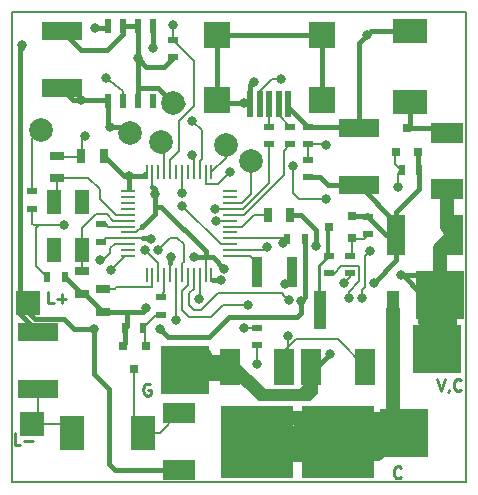
<source format=gbr>
G04 #@! TF.FileFunction,Copper,L1,Top,Signal*
%FSLAX45Y45*%
G04 Gerber Fmt 4.5, Leading zero omitted, Abs format (unit mm)*
G04 Created by KiCad (PCBNEW (2015-12-04 BZR 6347, Git 4c88040)-product) date 15.04.2016 21:14:43*
%MOMM*%
G01*
G04 APERTURE LIST*
%ADD10C,0.100000*%
%ADD11C,0.250000*%
%ADD12C,0.150000*%
%ADD13R,1.300000X2.000000*%
%ADD14R,0.800100X0.800100*%
%ADD15R,1.300000X0.250000*%
%ADD16R,0.250000X1.300000*%
%ADD17R,3.500000X1.600000*%
%ADD18R,0.508000X1.143000*%
%ADD19R,0.500000X0.900000*%
%ADD20R,0.900000X0.500000*%
%ADD21R,1.651000X3.048000*%
%ADD22R,6.096000X6.096000*%
%ADD23R,0.700000X1.300000*%
%ADD24R,1.300000X0.700000*%
%ADD25C,2.000000*%
%ADD26R,4.064000X4.064000*%
%ADD27R,2.000000X2.000000*%
%ADD28R,2.700020X1.800860*%
%ADD29R,2.999740X1.998980*%
%ADD30R,1.998980X2.999740*%
%ADD31R,1.600000X3.500000*%
%ADD32R,0.900000X2.500000*%
%ADD33R,1.000000X3.200000*%
%ADD34R,2.197100X2.197100*%
%ADD35R,0.497840X2.197100*%
%ADD36C,0.800000*%
%ADD37C,0.200000*%
%ADD38C,0.400000*%
%ADD39C,1.200000*%
G04 APERTURE END LIST*
D10*
D11*
X17672857Y-12145238D02*
X17706191Y-12245238D01*
X17739524Y-12145238D01*
X17777619Y-12240476D02*
X17777619Y-12245238D01*
X17772857Y-12254762D01*
X17768095Y-12259524D01*
X17877619Y-12235714D02*
X17872857Y-12240476D01*
X17858572Y-12245238D01*
X17849048Y-12245238D01*
X17834762Y-12240476D01*
X17825238Y-12230952D01*
X17820476Y-12221429D01*
X17815714Y-12202381D01*
X17815714Y-12188095D01*
X17820476Y-12169048D01*
X17825238Y-12159524D01*
X17834762Y-12150000D01*
X17849048Y-12145238D01*
X17858572Y-12145238D01*
X17872857Y-12150000D01*
X17877619Y-12154762D01*
X17370952Y-12975714D02*
X17366191Y-12980476D01*
X17351905Y-12985238D01*
X17342381Y-12985238D01*
X17328095Y-12980476D01*
X17318571Y-12970952D01*
X17313810Y-12961429D01*
X17309048Y-12942381D01*
X17309048Y-12928095D01*
X17313810Y-12909048D01*
X17318571Y-12899524D01*
X17328095Y-12890000D01*
X17342381Y-12885238D01*
X17351905Y-12885238D01*
X17366191Y-12890000D01*
X17370952Y-12894762D01*
X15246190Y-12190000D02*
X15236667Y-12185238D01*
X15222381Y-12185238D01*
X15208095Y-12190000D01*
X15198571Y-12199524D01*
X15193809Y-12209048D01*
X15189048Y-12228095D01*
X15189048Y-12242381D01*
X15193809Y-12261429D01*
X15198571Y-12270952D01*
X15208095Y-12280476D01*
X15222381Y-12285238D01*
X15231905Y-12285238D01*
X15246190Y-12280476D01*
X15250952Y-12275714D01*
X15250952Y-12242381D01*
X15231905Y-12242381D01*
X14149048Y-12705238D02*
X14101429Y-12705238D01*
X14101429Y-12605238D01*
X14182381Y-12667143D02*
X14258571Y-12667143D01*
X14429048Y-11505238D02*
X14381429Y-11505238D01*
X14381429Y-11405238D01*
X14462381Y-11467143D02*
X14538571Y-11467143D01*
X14500476Y-11505238D02*
X14500476Y-11429048D01*
D12*
X17920000Y-9040000D02*
X14080000Y-9040000D01*
X17920000Y-13020000D02*
X17920000Y-9040000D01*
X14080000Y-13020000D02*
X17920000Y-13020000D01*
X14080000Y-9040000D02*
X14080000Y-13020000D01*
D13*
X14430000Y-10650000D03*
X14430000Y-11050000D03*
X14670000Y-11050000D03*
X14670000Y-10650000D03*
D14*
X17325000Y-10220076D03*
X17515000Y-10220076D03*
X17420000Y-10020178D03*
D15*
X15056460Y-10554290D03*
X15056460Y-10604290D03*
X15056460Y-10654290D03*
X15056460Y-10704290D03*
X15056460Y-10754290D03*
X15056460Y-10804290D03*
X15056460Y-10854290D03*
X15056460Y-10904290D03*
X15056460Y-10954290D03*
X15056460Y-11004290D03*
X15056460Y-11054290D03*
X15056460Y-11104290D03*
D16*
X15216460Y-11264290D03*
X15266460Y-11264290D03*
X15316460Y-11264290D03*
X15366460Y-11264290D03*
X15416460Y-11264290D03*
X15466460Y-11264290D03*
X15516460Y-11264290D03*
X15566460Y-11264290D03*
X15616460Y-11264290D03*
X15666460Y-11264290D03*
X15716460Y-11264290D03*
X15766460Y-11264290D03*
D15*
X15926460Y-11104290D03*
X15926460Y-11054290D03*
X15926460Y-11004290D03*
X15926460Y-10954290D03*
X15926460Y-10904290D03*
X15926460Y-10854290D03*
X15926460Y-10804290D03*
X15926460Y-10754290D03*
X15926460Y-10704290D03*
X15926460Y-10654290D03*
X15926460Y-10604290D03*
X15926460Y-10554290D03*
D16*
X15766460Y-10394290D03*
X15716460Y-10394290D03*
X15666460Y-10394290D03*
X15616460Y-10394290D03*
X15566460Y-10394290D03*
X15516460Y-10394290D03*
X15466460Y-10394290D03*
X15416460Y-10394290D03*
X15366460Y-10394290D03*
X15316460Y-10394290D03*
X15266460Y-10394290D03*
X15216460Y-10394290D03*
D17*
X14300200Y-11744960D03*
X14300200Y-12232640D03*
D18*
X14886500Y-9155500D03*
X15013500Y-9155500D03*
X15140500Y-9155500D03*
X15267500Y-9155500D03*
X15267500Y-9790500D03*
X15140500Y-9790500D03*
X15013500Y-9790500D03*
X14886500Y-9790500D03*
D19*
X16555000Y-10960000D03*
X16405000Y-10960000D03*
D20*
X16154400Y-11710600D03*
X16154400Y-11860600D03*
X16764000Y-11101000D03*
X16764000Y-11251000D03*
X16586200Y-10288200D03*
X16586200Y-10438200D03*
X16586200Y-10008800D03*
X16586200Y-10158800D03*
X17094200Y-10920800D03*
X17094200Y-10770800D03*
D19*
X15188000Y-11709400D03*
X15038000Y-11709400D03*
X17377500Y-10372500D03*
X17527500Y-10372500D03*
D20*
X16256000Y-10008800D03*
X16256000Y-10158800D03*
D21*
X16383000Y-12039600D03*
D22*
X16154400Y-12674600D03*
D21*
X15925800Y-12039600D03*
X17068800Y-12039600D03*
D22*
X16840200Y-12674600D03*
D21*
X16611600Y-12039600D03*
D14*
X16960076Y-10955000D03*
X16960076Y-10765000D03*
X16760178Y-10860000D03*
X15208000Y-11863324D03*
X15018000Y-11863324D03*
X15113000Y-12063222D03*
D23*
X16435000Y-10760000D03*
X16245000Y-10760000D03*
D24*
X14850000Y-11575000D03*
X14850000Y-11385000D03*
D23*
X14665000Y-10260000D03*
X14855000Y-10260000D03*
D24*
X14670000Y-11425000D03*
X14670000Y-11235000D03*
X14460000Y-10445000D03*
X14460000Y-10255000D03*
D20*
X15335000Y-11600000D03*
X15335000Y-11450000D03*
X16941800Y-11101000D03*
X16941800Y-11251000D03*
X16433800Y-10008800D03*
X16433800Y-10158800D03*
D25*
X15443200Y-9804400D03*
X15080000Y-10060000D03*
X15890000Y-10165000D03*
X15341600Y-10134600D03*
D26*
X17703800Y-11430000D03*
X15544800Y-12065000D03*
D27*
X14249400Y-12522200D03*
D26*
X17400000Y-12600000D03*
D27*
X14210000Y-11500000D03*
D26*
X17678400Y-11887200D03*
D28*
X15494000Y-12914630D03*
X15494000Y-12434570D03*
X17760000Y-10540030D03*
X17760000Y-10059970D03*
D29*
X17449800Y-9199626D03*
X17449800Y-9799574D03*
D30*
X15184374Y-12598400D03*
X14584426Y-12598400D03*
D17*
X17018000Y-10017760D03*
X17018000Y-10505440D03*
D31*
X17820640Y-10922000D03*
X17332960Y-10922000D03*
D32*
X16155000Y-11240000D03*
X16445000Y-11240000D03*
D33*
X17302600Y-11557000D03*
X16682600Y-11557000D03*
D17*
X14500000Y-9683840D03*
X14500000Y-9196160D03*
D25*
X16100000Y-10300000D03*
D20*
X15443200Y-9422200D03*
X15443200Y-9272200D03*
D34*
X15813024Y-9785350D03*
D35*
X16415766Y-9813290D03*
X16335756Y-9813290D03*
X16256000Y-9813290D03*
X16176244Y-9813290D03*
X16096234Y-9813290D03*
D34*
X16698976Y-9785350D03*
X16698976Y-9235440D03*
X15813024Y-9235440D03*
D25*
X14320000Y-10040000D03*
D20*
X14250000Y-10555000D03*
X14250000Y-10705000D03*
D19*
X14375000Y-11280000D03*
X14525000Y-11280000D03*
D20*
X14830000Y-10985000D03*
X14830000Y-10835000D03*
D36*
X15506700Y-9817100D03*
X15145000Y-9430000D03*
X17145000Y-11328400D03*
X16772000Y-11930000D03*
X15214600Y-11544300D03*
X15730000Y-11935000D03*
X14693900Y-10083800D03*
X16650000Y-11020000D03*
X15620000Y-11110000D03*
X15875000Y-11210000D03*
X16385000Y-11345000D03*
X15290000Y-10575000D03*
X16129000Y-9626600D03*
X16040000Y-9805000D03*
X14160000Y-9320000D03*
X15270000Y-9340000D03*
X14780000Y-9170000D03*
X14770100Y-11722100D03*
X15328900Y-11722100D03*
X16522700Y-11480800D03*
X17373600Y-11264900D03*
X15065000Y-10430000D03*
X14909800Y-10007600D03*
X15421816Y-11112596D03*
X15850000Y-11310000D03*
X15255000Y-10960000D03*
X14665000Y-9780000D03*
X17081500Y-9232900D03*
X15465000Y-11645000D03*
X16240000Y-11025000D03*
X15605000Y-9960000D03*
X16357600Y-9601200D03*
X16155000Y-12470000D03*
X16155000Y-12020000D03*
X15200000Y-11050000D03*
X15316200Y-11049000D03*
X15519400Y-10680700D03*
X15805000Y-10805000D03*
X15600000Y-10245000D03*
X17348200Y-10515600D03*
X16415000Y-11785000D03*
X14875000Y-9600000D03*
X15519400Y-10566400D03*
X16420000Y-11480000D03*
X16891000Y-11328400D03*
X15800000Y-10705000D03*
X16080000Y-11520000D03*
X16929100Y-11455400D03*
X16738600Y-10160000D03*
X14820000Y-11140000D03*
X16738600Y-10617200D03*
X17106900Y-11061700D03*
X17043400Y-11455400D03*
X16459200Y-10337800D03*
X15925800Y-10388600D03*
X15665000Y-11465000D03*
X16040000Y-11710000D03*
X16375000Y-10990000D03*
X15443200Y-9144000D03*
X14920000Y-11220000D03*
X14520000Y-10840000D03*
D37*
X14460000Y-10445000D02*
X14460000Y-10620000D01*
X14460000Y-10620000D02*
X14430000Y-10650000D01*
X15056460Y-10754290D02*
X14954290Y-10754290D01*
X14725000Y-10445000D02*
X14460000Y-10445000D01*
X14820000Y-10540000D02*
X14725000Y-10445000D01*
X14820000Y-10620000D02*
X14820000Y-10540000D01*
X14954290Y-10754290D02*
X14820000Y-10620000D01*
X14430000Y-10590000D02*
X14430000Y-10650000D01*
D38*
X14670000Y-11425000D02*
X14525000Y-11280000D01*
X15443200Y-9422200D02*
X15443200Y-9423400D01*
X15443200Y-9423400D02*
X15367000Y-9499600D01*
X15367000Y-9499600D02*
X15214600Y-9499600D01*
X15214600Y-9499600D02*
X15145000Y-9430000D01*
X15506700Y-9817100D02*
X15494000Y-9804400D01*
X15494000Y-9804400D02*
X15443200Y-9804400D01*
X15140500Y-9790500D02*
X15140500Y-9675000D01*
X15140500Y-9675000D02*
X15142900Y-9677400D01*
X15316200Y-9677400D02*
X15443200Y-9804400D01*
X15142900Y-9677400D02*
X15316200Y-9677400D01*
X15013500Y-9155500D02*
X15013500Y-9226500D01*
X14663840Y-9360000D02*
X14500000Y-9196160D01*
X14880000Y-9360000D02*
X14663840Y-9360000D01*
X15013500Y-9226500D02*
X14880000Y-9360000D01*
X15140500Y-9155500D02*
X15013500Y-9155500D01*
X15145000Y-9430000D02*
X15145000Y-9160000D01*
X15145000Y-9160000D02*
X15140500Y-9155500D01*
X15140500Y-9790500D02*
X15145000Y-9786000D01*
X15145000Y-9786000D02*
X15145000Y-9430000D01*
D37*
X15140500Y-9440000D02*
X15140500Y-9434500D01*
X15140500Y-9434500D02*
X15145000Y-9430000D01*
X15140500Y-9790500D02*
X15140500Y-9440000D01*
X15140500Y-9440000D02*
X15140500Y-9510500D01*
X15140500Y-9455000D02*
X15140500Y-9510500D01*
X15140500Y-9155500D02*
X15140500Y-9465000D01*
X15140500Y-9465000D02*
X15140500Y-9455000D01*
X15140500Y-9455000D02*
X15140500Y-9675000D01*
X15140500Y-9675000D02*
X15140500Y-9790500D01*
D38*
X17332960Y-10922000D02*
X17332960Y-11140440D01*
X17332960Y-11140440D02*
X17145000Y-11328400D01*
X16772000Y-11930000D02*
X16662400Y-12039600D01*
X16662400Y-12039600D02*
X16611600Y-12039600D01*
X16698976Y-9235440D02*
X15813024Y-9235440D01*
X16698976Y-9785350D02*
X16698976Y-9235440D01*
X16586200Y-10438200D02*
X16686600Y-10438200D01*
X16753840Y-10505440D02*
X17018000Y-10505440D01*
X16686600Y-10438200D02*
X16753840Y-10505440D01*
X17332960Y-10922000D02*
X17332960Y-10820400D01*
X17332960Y-10820400D02*
X17018000Y-10505440D01*
X17332960Y-10922000D02*
X17332960Y-10734040D01*
X17527500Y-10539500D02*
X17527500Y-10372500D01*
X17332960Y-10734040D02*
X17527500Y-10539500D01*
X16175000Y-12215000D02*
X16210000Y-12250000D01*
X15925800Y-12039600D02*
X15925800Y-12065800D01*
X15925800Y-12065800D02*
X16165000Y-12305000D01*
X16645000Y-12255000D02*
X16645000Y-12195000D01*
X16595000Y-12305000D02*
X16645000Y-12255000D01*
X16165000Y-12305000D02*
X16595000Y-12305000D01*
X15925800Y-12039600D02*
X15999600Y-12039600D01*
X15999600Y-12039600D02*
X16175000Y-12215000D01*
X16175000Y-12215000D02*
X16185000Y-12225000D01*
X15925800Y-12039600D02*
X15949600Y-12039600D01*
X16611600Y-12039600D02*
X16611600Y-12153400D01*
X16611600Y-12153400D02*
X16515000Y-12250000D01*
X15925800Y-12065800D02*
X16145000Y-12285000D01*
X16611600Y-12258400D02*
X16611600Y-12039600D01*
X16585000Y-12285000D02*
X16611600Y-12258400D01*
X16145000Y-12285000D02*
X16585000Y-12285000D01*
X16960076Y-10765000D02*
X17088400Y-10765000D01*
X17088400Y-10765000D02*
X17094200Y-10770800D01*
X17088400Y-10765000D02*
X17094200Y-10770800D01*
X15055000Y-11575000D02*
X15055000Y-11692400D01*
X15055000Y-11692400D02*
X15038000Y-11709400D01*
X14850000Y-11575000D02*
X15055000Y-11575000D01*
X15055000Y-11575000D02*
X15183900Y-11575000D01*
X15183900Y-11575000D02*
X15214600Y-11544300D01*
X15038000Y-11709400D02*
X15038000Y-11843324D01*
X15038000Y-11843324D02*
X15018000Y-11863324D01*
X15544800Y-12065000D02*
X15650000Y-12065000D01*
X15650000Y-12065000D02*
X15755000Y-11960000D01*
X15755000Y-11960000D02*
X15835000Y-11960000D01*
X15544800Y-12065000D02*
X15680000Y-12065000D01*
X15680000Y-12065000D02*
X15750000Y-12135000D01*
X15750000Y-12135000D02*
X15840000Y-12135000D01*
X15544800Y-12065000D02*
X15700000Y-12065000D01*
X15700000Y-12065000D02*
X15735000Y-12100000D01*
X15735000Y-12100000D02*
X15845000Y-12100000D01*
X15845000Y-12100000D02*
X15925800Y-12039600D01*
X15925800Y-12039600D02*
X15909600Y-12039600D01*
X15909600Y-12039600D02*
X15855000Y-11985000D01*
X15855000Y-11985000D02*
X15750000Y-11985000D01*
X15544800Y-12065000D02*
X15710000Y-12065000D01*
X15710000Y-12065000D02*
X15760000Y-12015000D01*
X15760000Y-12015000D02*
X15840000Y-12015000D01*
X15544800Y-12065000D02*
X15900400Y-12065000D01*
X15900400Y-12065000D02*
X15925800Y-12039600D01*
X15949600Y-12039600D02*
X16160000Y-12250000D01*
X16160000Y-12250000D02*
X16210000Y-12250000D01*
X16575000Y-12245000D02*
X16575000Y-12076200D01*
X16570000Y-12250000D02*
X16575000Y-12245000D01*
X16210000Y-12250000D02*
X16515000Y-12250000D01*
X16515000Y-12250000D02*
X16570000Y-12250000D01*
X15925800Y-12039600D02*
X15925800Y-12115800D01*
X15925800Y-12039600D02*
X15925800Y-12060800D01*
X14850000Y-11575000D02*
X14851600Y-11575000D01*
X17527500Y-10372500D02*
X17527500Y-10374400D01*
X17515000Y-10220076D02*
X17515000Y-10360000D01*
X17515000Y-10360000D02*
X17527500Y-10372500D01*
X17094200Y-10770800D02*
X17095400Y-10770800D01*
X17095400Y-10770800D02*
X17246600Y-10922000D01*
X17246600Y-10922000D02*
X17332960Y-10922000D01*
X17083400Y-10760000D02*
X17094200Y-10770800D01*
D37*
X15925800Y-12039600D02*
X15929600Y-12039600D01*
X17527500Y-10372500D02*
X17526000Y-10375900D01*
X17335500Y-10922000D02*
X17332960Y-10922000D01*
X17513300Y-10223500D02*
X17515000Y-10220076D01*
X14850000Y-11575000D02*
X14846300Y-11569700D01*
X14846300Y-11569700D02*
X14833600Y-11569700D01*
X17332960Y-10922000D02*
X17246600Y-10922000D01*
X17246600Y-10922000D02*
X17094200Y-10769600D01*
X17094200Y-10769600D02*
X17094200Y-10770800D01*
X14846300Y-11569700D02*
X14850000Y-11575000D01*
X15036800Y-11709400D02*
X15038000Y-11709400D01*
X16960076Y-10765000D02*
X16954500Y-10769600D01*
X15925800Y-12039600D02*
X15570200Y-12039600D01*
X15570200Y-12039600D02*
X15544800Y-12065000D01*
X17515000Y-10220076D02*
X17513300Y-10223500D01*
X17513300Y-10223500D02*
X17526000Y-10236200D01*
X17526000Y-10236200D02*
X17526000Y-10375900D01*
X17526000Y-10375900D02*
X17527500Y-10372500D01*
X15038000Y-11709400D02*
X15036800Y-11709400D01*
X15036800Y-11709400D02*
X15024100Y-11722100D01*
X15024100Y-11722100D02*
X15024100Y-11861800D01*
X15024100Y-11861800D02*
X15018000Y-11863324D01*
X17094200Y-10770800D02*
X17094200Y-10769600D01*
X16954500Y-10769600D02*
X16960076Y-10765000D01*
X15925800Y-11990800D02*
X15925800Y-12039600D01*
X14693900Y-10083800D02*
X14668500Y-10109200D01*
X14668500Y-10109200D02*
X14668500Y-10261600D01*
X14668500Y-10261600D02*
X14665000Y-10260000D01*
X14665000Y-10260000D02*
X14668500Y-10261600D01*
X14668500Y-10261600D02*
X14516100Y-10261600D01*
X14516100Y-10261600D02*
X14515000Y-10260000D01*
D38*
X16650000Y-11020000D02*
X16650000Y-10884200D01*
X16650000Y-10884200D02*
X16525800Y-10760000D01*
X16445000Y-11240000D02*
X16445000Y-11285000D01*
X16445000Y-11285000D02*
X16385000Y-11345000D01*
X15290000Y-10685000D02*
X15340000Y-10685000D01*
X15716460Y-11061460D02*
X15716460Y-11115000D01*
X15340000Y-10685000D02*
X15716460Y-11061460D01*
X15625000Y-11115000D02*
X15716460Y-11115000D01*
X15620000Y-11110000D02*
X15625000Y-11115000D01*
X16435000Y-10760000D02*
X16525800Y-10760000D01*
X15290000Y-10575000D02*
X15290000Y-10685000D01*
X15290000Y-10685000D02*
X15290000Y-10750000D01*
X15180000Y-10850000D02*
X15180000Y-10855000D01*
X15190000Y-10850000D02*
X15180000Y-10850000D01*
X15290000Y-10750000D02*
X15190000Y-10850000D01*
X15290000Y-10575000D02*
X15290000Y-10540000D01*
X15290000Y-10540000D02*
X15266460Y-10516460D01*
X15716460Y-11115000D02*
X15780000Y-11115000D01*
X15780000Y-11115000D02*
X15875000Y-11210000D01*
D37*
X16446500Y-10769600D02*
X16433800Y-10756900D01*
X16433800Y-10756900D02*
X16435000Y-10760000D01*
X16435000Y-10760000D02*
X16435000Y-10775000D01*
X16480000Y-11205000D02*
X16445000Y-11240000D01*
X15716460Y-11115000D02*
X15780000Y-11115000D01*
X15780000Y-11115000D02*
X15875000Y-11210000D01*
X15716460Y-11264290D02*
X15716460Y-11115000D01*
X15056460Y-10904290D02*
X15130710Y-10904290D01*
X15130710Y-10904290D02*
X15180000Y-10855000D01*
X15266460Y-10394290D02*
X15266460Y-10516460D01*
D38*
X16040000Y-9805000D02*
X16087944Y-9805000D01*
X16087944Y-9805000D02*
X16096234Y-9813290D01*
X16096234Y-9813290D02*
X16096234Y-9659366D01*
X16096234Y-9659366D02*
X16129000Y-9626600D01*
X16087944Y-9805000D02*
X16096234Y-9813290D01*
X16048290Y-9813290D02*
X16040000Y-9805000D01*
D37*
X16048290Y-9813290D02*
X16040000Y-9805000D01*
D38*
X15813024Y-9785350D02*
X15813024Y-9235440D01*
X16040000Y-9805000D02*
X15832674Y-9805000D01*
X15832674Y-9805000D02*
X15813024Y-9785350D01*
X14674600Y-11404600D02*
X14679600Y-11404600D01*
X14679600Y-11404600D02*
X14850000Y-11575000D01*
D37*
X14833600Y-11569700D02*
X14668500Y-11404600D01*
X14668500Y-11404600D02*
X14674600Y-11404600D01*
X14670000Y-11050000D02*
X14670000Y-10870000D01*
X14934290Y-10804290D02*
X15056460Y-10804290D01*
X14880000Y-10750000D02*
X14934290Y-10804290D01*
X14790000Y-10750000D02*
X14880000Y-10750000D01*
X14670000Y-10870000D02*
X14790000Y-10750000D01*
X14670000Y-11050000D02*
X14670000Y-10970000D01*
X14670000Y-11235000D02*
X14670000Y-11050000D01*
D38*
X14160000Y-9320000D02*
X14160000Y-9340000D01*
X14147800Y-11506200D02*
X14147800Y-10240000D01*
X14147800Y-10240000D02*
X14147800Y-9352200D01*
X14160000Y-9340000D02*
X14147800Y-9352200D01*
X14900000Y-12405000D02*
X14900000Y-12230000D01*
X14900000Y-12230000D02*
X14770100Y-12100100D01*
X15494000Y-12914630D02*
X14949630Y-12914630D01*
X14900000Y-12865000D02*
X14900000Y-12640000D01*
X14949630Y-12914630D02*
X14900000Y-12865000D01*
X15267500Y-9155500D02*
X15267500Y-9337500D01*
X15267500Y-9337500D02*
X15270000Y-9340000D01*
X14780000Y-9170000D02*
X14872000Y-9170000D01*
X14872000Y-9170000D02*
X14886500Y-9155500D01*
X14770100Y-11722100D02*
X14770100Y-12100100D01*
X14900000Y-12405000D02*
X14900000Y-12640000D01*
X14300200Y-11744960D02*
X14300200Y-11747500D01*
X14147800Y-11506200D02*
X14147800Y-11592560D01*
X14147800Y-11592560D02*
X14300200Y-11744960D01*
X15270000Y-9158000D02*
X15267500Y-9155500D01*
X15396800Y-11790000D02*
X15328900Y-11722100D01*
X15743600Y-11790000D02*
X15396800Y-11790000D01*
X15913600Y-11620000D02*
X15743600Y-11790000D01*
X14147800Y-11506200D02*
X14274800Y-11633200D01*
X14274800Y-11633200D02*
X14516100Y-11633200D01*
X14516100Y-11633200D02*
X14605000Y-11722100D01*
X14605000Y-11722100D02*
X14770100Y-11722100D01*
D37*
X14605000Y-11722100D02*
X14770100Y-11722100D01*
X14516100Y-11633200D02*
X14605000Y-11722100D01*
X14274800Y-11633200D02*
X14516100Y-11633200D01*
X14300200Y-11744960D02*
X14300200Y-11747500D01*
X14300200Y-11747500D02*
X14147800Y-11595100D01*
X14147800Y-11595100D02*
X14147800Y-11506200D01*
D38*
X16103600Y-11620000D02*
X16490000Y-11620000D01*
X16490000Y-11620000D02*
X16522700Y-11587300D01*
X16522700Y-11587300D02*
X16522700Y-11480800D01*
X17373600Y-11264900D02*
X17386300Y-11264900D01*
X17386300Y-11264900D02*
X17551400Y-11430000D01*
X17551400Y-11430000D02*
X17703800Y-11430000D01*
X17373600Y-11264900D02*
X17538700Y-11264900D01*
X17538700Y-11264900D02*
X17703800Y-11430000D01*
X16555000Y-10960000D02*
X16555000Y-11448500D01*
X16555000Y-11448500D02*
X16522700Y-11480800D01*
D39*
X17760000Y-10540030D02*
X17760000Y-10861360D01*
X17760000Y-10861360D02*
X17820640Y-10922000D01*
X17703800Y-11430000D02*
X17703800Y-11038840D01*
X17703800Y-11038840D02*
X17820640Y-10922000D01*
X17678400Y-11887200D02*
X17678400Y-11768400D01*
X17678400Y-11768400D02*
X17575000Y-11665000D01*
X17575000Y-11665000D02*
X17575000Y-11645000D01*
X17703800Y-11430000D02*
X17703800Y-11568800D01*
X17703800Y-11568800D02*
X17785000Y-11650000D01*
X17785000Y-11650000D02*
X17785000Y-11675000D01*
X17678400Y-11887200D02*
X17678400Y-11455400D01*
X17678400Y-11455400D02*
X17703800Y-11430000D01*
D38*
X16103600Y-11620000D02*
X15913600Y-11620000D01*
X16522700Y-11480800D02*
X16522700Y-11587300D01*
D37*
X17538700Y-11264900D02*
X17703800Y-11430000D01*
X16560800Y-10972800D02*
X16560800Y-10960100D01*
X16560800Y-10960100D02*
X16555000Y-10960000D01*
X16560800Y-10998200D02*
X16560800Y-10960100D01*
X16560800Y-10960100D02*
X16555000Y-10960000D01*
X16555000Y-10960000D02*
X16560800Y-10960100D01*
X17767300Y-10972800D02*
X17818100Y-10922000D01*
X17818100Y-10922000D02*
X17820640Y-10922000D01*
X17820640Y-10922000D02*
X17818100Y-10922000D01*
X17818100Y-10922000D02*
X17703800Y-11036300D01*
X17703800Y-11036300D02*
X17703800Y-11430000D01*
X17820640Y-10922000D02*
X17818100Y-10922000D01*
X17818100Y-10922000D02*
X17754600Y-10858500D01*
X17754600Y-10858500D02*
X17754600Y-10541000D01*
X17754600Y-10541000D02*
X17760000Y-10540030D01*
X17703800Y-11430000D02*
X17678400Y-11455400D01*
X14830000Y-10985000D02*
X14845000Y-10985000D01*
X14845000Y-10985000D02*
X14875710Y-10954290D01*
X14875710Y-10954290D02*
X15056460Y-10954290D01*
X15065000Y-10520000D02*
X15065000Y-10545750D01*
X15065000Y-10545750D02*
X15056460Y-10554290D01*
D38*
X15065000Y-10430000D02*
X15065000Y-10520000D01*
X15065000Y-10520000D02*
X15065000Y-10540000D01*
X15065000Y-10430000D02*
X15180000Y-10430000D01*
X15065000Y-10430000D02*
X15025000Y-10430000D01*
X15025000Y-10430000D02*
X14855000Y-10260000D01*
X15065000Y-10430000D02*
X15070000Y-10425000D01*
X14909800Y-10007600D02*
X15027600Y-10007600D01*
X15027600Y-10007600D02*
X15080000Y-10060000D01*
X14886500Y-9984300D02*
X14909800Y-10007600D01*
D37*
X14886500Y-9984300D02*
X14909800Y-10007600D01*
X15080000Y-10060000D02*
X15074900Y-10058400D01*
X14855000Y-10260000D02*
X14859000Y-10261600D01*
X14909800Y-10007600D02*
X15024100Y-10007600D01*
X15024100Y-10007600D02*
X15074900Y-10058400D01*
X15074900Y-10058400D02*
X15080000Y-10060000D01*
X15216460Y-10394290D02*
X15215710Y-10394290D01*
X15215710Y-10394290D02*
X15180000Y-10430000D01*
D38*
X15180000Y-10430000D02*
X15200000Y-10430000D01*
D37*
X15416460Y-11264290D02*
X15416460Y-11117951D01*
X15416460Y-11117951D02*
X15421816Y-11112596D01*
D38*
X15415000Y-11165000D02*
X15415000Y-11119411D01*
X15415000Y-11119411D02*
X15421816Y-11112596D01*
X15845000Y-11305000D02*
X15780000Y-11305000D01*
X15850000Y-11310000D02*
X15845000Y-11305000D01*
X15255000Y-10960000D02*
X15240710Y-10954290D01*
X15240710Y-10954290D02*
X15194290Y-10954290D01*
X15190000Y-10950000D02*
X15190000Y-10954290D01*
X15194290Y-10954290D02*
X15190000Y-10950000D01*
D37*
X15216460Y-10428540D02*
X15216460Y-10416460D01*
X15766460Y-11264290D02*
X15766460Y-11306460D01*
X15056460Y-10954290D02*
X15190000Y-10954290D01*
X15190000Y-10954290D02*
X15240710Y-10954290D01*
D38*
X14665000Y-9780000D02*
X14596160Y-9780000D01*
X14596160Y-9780000D02*
X14500000Y-9683840D01*
X14886500Y-9790500D02*
X14886500Y-9984300D01*
X14665000Y-9780000D02*
X14876000Y-9780000D01*
X14876000Y-9780000D02*
X14886500Y-9790500D01*
D37*
X14884400Y-9842500D02*
X14884400Y-9791700D01*
X14884400Y-9791700D02*
X14886500Y-9790500D01*
X14876000Y-9780000D02*
X14886500Y-9790500D01*
X17165000Y-10015000D02*
X17170400Y-10020300D01*
X17165000Y-10015000D02*
X17170400Y-10020300D01*
D38*
X16586200Y-10008800D02*
X17009040Y-10008800D01*
X17009040Y-10008800D02*
X17018000Y-10017760D01*
X16415766Y-9813290D02*
X16415766Y-9838366D01*
X16415766Y-9838366D02*
X16586200Y-10008800D01*
X17018000Y-9652000D02*
X17018000Y-9296400D01*
X17018000Y-9296400D02*
X17081500Y-9232900D01*
X17114774Y-9199626D02*
X17449800Y-9199626D01*
X17081500Y-9232900D02*
X17114774Y-9199626D01*
X17018000Y-10017760D02*
X17018000Y-9652000D01*
X16415766Y-9813290D02*
X16415766Y-9746234D01*
D37*
X17043400Y-9992360D02*
X17018000Y-10017760D01*
X16415766Y-9789234D02*
X16415766Y-9813290D01*
X16421100Y-9766300D02*
X16421100Y-9817100D01*
X16421100Y-9817100D02*
X16415766Y-9813290D01*
X16415766Y-9813290D02*
X16421100Y-9817100D01*
X17015000Y-10015000D02*
X17005000Y-10015000D01*
X17015000Y-10015000D02*
X17018000Y-10020300D01*
X14300200Y-12232640D02*
X14300200Y-12471400D01*
X14300200Y-12471400D02*
X14249400Y-12522200D01*
X14249400Y-12522200D02*
X14508226Y-12522200D01*
X14508226Y-12522200D02*
X14584426Y-12598400D01*
X14584426Y-12598400D02*
X14573400Y-12598400D01*
X14503400Y-12522200D02*
X14579600Y-12598400D01*
X14579600Y-12598400D02*
X14584426Y-12598400D01*
X14300200Y-12232640D02*
X14300200Y-12230100D01*
X14850000Y-11385000D02*
X14846300Y-11379200D01*
X14846300Y-11379200D02*
X14947900Y-11379200D01*
X14947900Y-11379200D02*
X14960600Y-11366500D01*
X14960600Y-11366500D02*
X15265400Y-11366500D01*
X15265400Y-11366500D02*
X15265400Y-11264900D01*
X15265400Y-11264900D02*
X15266460Y-11264290D01*
X15466460Y-11264290D02*
X15466460Y-11643540D01*
X15466460Y-11643540D02*
X15465000Y-11645000D01*
X15926460Y-11054290D02*
X16210710Y-11054290D01*
X16210710Y-11054290D02*
X16240000Y-11025000D01*
X16245000Y-10760000D02*
X16243300Y-10756900D01*
X16243300Y-10756900D02*
X16129000Y-10756900D01*
X16129000Y-10756900D02*
X16027400Y-10858500D01*
X16027400Y-10858500D02*
X15925800Y-10858500D01*
X15925800Y-10858500D02*
X15926460Y-10854290D01*
X15666460Y-10394290D02*
X15666460Y-10303540D01*
X15685000Y-10040000D02*
X15605000Y-9960000D01*
X15685000Y-10285000D02*
X15685000Y-10040000D01*
X15666460Y-10303540D02*
X15685000Y-10285000D01*
X15113000Y-12063222D02*
X15113000Y-12527026D01*
X15113000Y-12527026D02*
X15184374Y-12598400D01*
X15184374Y-12598400D02*
X15330170Y-12598400D01*
X15330170Y-12598400D02*
X15494000Y-12434570D01*
X15113000Y-12063222D02*
X15113000Y-12090400D01*
X15494000Y-12434570D02*
X15470430Y-12434570D01*
X15184374Y-12598400D02*
X15184374Y-12499374D01*
X15494000Y-12433300D02*
X15494000Y-12434570D01*
X15184374Y-12598400D02*
X15189200Y-12598400D01*
X15189200Y-12598400D02*
X15113000Y-12522200D01*
D38*
X17420000Y-10020178D02*
X17720208Y-10020178D01*
X17720208Y-10020178D02*
X17760000Y-10059970D01*
X17449800Y-9799574D02*
X17449800Y-9990378D01*
X17449800Y-9990378D02*
X17420000Y-10020178D01*
D37*
X17420000Y-10020178D02*
X17444822Y-10020178D01*
X17444822Y-10020178D02*
X17460000Y-10005000D01*
X17625000Y-10005000D02*
X17760000Y-10059970D01*
X17420000Y-10020178D02*
X17424400Y-10020300D01*
X17716500Y-10020300D02*
X17754600Y-10058400D01*
X17754600Y-10058400D02*
X17760000Y-10059970D01*
X17760000Y-10059970D02*
X17754600Y-10058400D01*
X17754600Y-10058400D02*
X17729200Y-10033000D01*
X15890000Y-10165000D02*
X15890000Y-10270750D01*
X15890000Y-10270750D02*
X15766460Y-10394290D01*
X15890000Y-10165000D02*
X15887700Y-10160000D01*
X15366460Y-10394290D02*
X15366460Y-10193540D01*
X15366460Y-10193540D02*
X15420000Y-10140000D01*
X15420000Y-10140000D02*
X15417800Y-10134600D01*
X16256000Y-9813290D02*
X16256000Y-10008800D01*
X16335756Y-9813290D02*
X16335756Y-9910756D01*
X16335756Y-9910756D02*
X16433800Y-10008800D01*
X16335756Y-9813290D02*
X16332200Y-9817100D01*
X16433800Y-10007600D02*
X16433800Y-10008800D01*
X16176244Y-9813290D02*
X16176244Y-9706356D01*
X16176244Y-9706356D02*
X16281400Y-9601200D01*
X16281400Y-9601200D02*
X16357600Y-9601200D01*
D39*
X17420000Y-12600000D02*
X17300000Y-12600000D01*
X17300000Y-12600000D02*
X17180000Y-12480000D01*
X17180000Y-12480000D02*
X17140000Y-12480000D01*
X17140000Y-12480000D02*
X16840200Y-12674600D01*
X17420000Y-12600000D02*
X17360000Y-12600000D01*
X17360000Y-12600000D02*
X17180000Y-12780000D01*
X17180000Y-12780000D02*
X17160000Y-12780000D01*
D37*
X16154400Y-11860600D02*
X16154400Y-12019400D01*
X16155000Y-12470000D02*
X16154400Y-12470600D01*
X16154400Y-12019400D02*
X16155000Y-12020000D01*
X16154400Y-12470600D02*
X16154400Y-12674600D01*
D39*
X17302600Y-11557000D02*
X17302600Y-12476600D01*
X17302600Y-12476600D02*
X17424400Y-12598400D01*
X16840200Y-12674600D02*
X17104600Y-12674600D01*
X16840200Y-12674600D02*
X16990400Y-12674600D01*
X16840200Y-12674600D02*
X17075400Y-12674600D01*
X17075400Y-12674600D02*
X17151600Y-12598400D01*
X17151600Y-12598400D02*
X17424400Y-12598400D01*
X16840200Y-12674600D02*
X17348200Y-12674600D01*
X17348200Y-12674600D02*
X17424400Y-12598400D01*
X16154400Y-12674600D02*
X16359600Y-12674600D01*
X16359600Y-12674600D02*
X16475000Y-12790000D01*
X16475000Y-12790000D02*
X16520000Y-12790000D01*
X16840200Y-12674600D02*
X16714600Y-12674600D01*
X16714600Y-12674600D02*
X16515000Y-12475000D01*
X16515000Y-12475000D02*
X16470000Y-12475000D01*
X16154400Y-12674600D02*
X16405400Y-12674600D01*
X16405400Y-12674600D02*
X16505000Y-12575000D01*
X16154400Y-12674600D02*
X16840200Y-12674600D01*
D37*
X16155400Y-12674600D02*
X16154400Y-12674600D01*
X17424400Y-12598400D02*
X17297400Y-12471400D01*
X17297400Y-12471400D02*
X17297400Y-11557000D01*
X17297400Y-11557000D02*
X17302600Y-11557000D01*
X17424400Y-12598400D02*
X16916400Y-12598400D01*
X16916400Y-12598400D02*
X16840200Y-12674600D01*
X16154400Y-12674600D02*
X16256000Y-12573000D01*
X16154400Y-11861800D02*
X16154400Y-11860600D01*
X15316460Y-11264290D02*
X15316460Y-11166460D01*
X15316460Y-11166460D02*
X15200000Y-11050000D01*
X15316200Y-11264900D02*
X15316460Y-11264290D01*
X15532100Y-11040000D02*
X15532100Y-11002100D01*
X15477400Y-10947400D02*
X15468600Y-10947400D01*
X15532100Y-11002100D02*
X15477400Y-10947400D01*
X15516460Y-11264290D02*
X15519400Y-11264900D01*
X15519400Y-11264900D02*
X15519400Y-11163300D01*
X15519400Y-11163300D02*
X15532100Y-11150600D01*
X15532100Y-11150600D02*
X15532100Y-11040000D01*
X15468600Y-10947400D02*
X15417800Y-10947400D01*
X15417800Y-10947400D02*
X15316200Y-11049000D01*
X15926460Y-11004290D02*
X15842990Y-11004290D01*
X15842990Y-11004290D02*
X15519400Y-10680700D01*
X15926460Y-10804290D02*
X15805710Y-10804290D01*
X15805710Y-10804290D02*
X15805000Y-10805000D01*
X15616460Y-10394290D02*
X15616460Y-10261460D01*
X15616460Y-10261460D02*
X15600000Y-10245000D01*
X17348200Y-10515600D02*
X17348200Y-10401800D01*
X17348200Y-10401800D02*
X17377500Y-10372500D01*
X17377500Y-10372500D02*
X17373600Y-10375900D01*
X17373600Y-10375900D02*
X17322800Y-10325100D01*
X17322800Y-10325100D02*
X17322800Y-10223500D01*
X17322800Y-10223500D02*
X17325000Y-10220076D01*
X17377500Y-10372500D02*
X17373600Y-10375900D01*
X15335000Y-11600000D02*
X15297400Y-11600000D01*
X15297400Y-11600000D02*
X15188000Y-11709400D01*
X15189200Y-11684000D02*
X15189200Y-11709400D01*
X15189200Y-11709400D02*
X15188000Y-11709400D01*
X15188000Y-11709400D02*
X15189200Y-11709400D01*
X15189200Y-11709400D02*
X15201900Y-11722100D01*
X15201900Y-11722100D02*
X15201900Y-11861800D01*
X15201900Y-11861800D02*
X15208000Y-11863324D01*
X16960076Y-10955000D02*
X16954500Y-10960100D01*
X16954500Y-10960100D02*
X17056100Y-10960100D01*
X17056100Y-10960100D02*
X17094200Y-10922000D01*
X17094200Y-10922000D02*
X17094200Y-10920800D01*
X16941800Y-11101000D02*
X16941800Y-11099800D01*
X16941800Y-11099800D02*
X16954500Y-11087100D01*
X16954500Y-11087100D02*
X16954500Y-10960100D01*
X16954500Y-10960100D02*
X16960076Y-10955000D01*
X16764000Y-11101000D02*
X16764000Y-11094000D01*
X16764000Y-11094000D02*
X16745000Y-11075000D01*
X16745000Y-11075000D02*
X16745000Y-10900000D01*
X16745000Y-10900000D02*
X16760178Y-10860000D01*
X16682600Y-11557000D02*
X16682600Y-11407600D01*
X16682600Y-11407600D02*
X16675000Y-11400000D01*
X16675000Y-11400000D02*
X16675000Y-11190000D01*
X16675000Y-11190000D02*
X16764000Y-11101000D01*
X16682600Y-11557000D02*
X16687800Y-11557000D01*
X16687800Y-11557000D02*
X16687800Y-11188700D01*
X16687800Y-11188700D02*
X16764000Y-11112500D01*
X16764000Y-11112500D02*
X16764000Y-11101000D01*
X16764000Y-11101000D02*
X16764000Y-10858500D01*
X16764000Y-10858500D02*
X16760178Y-10860000D01*
X16415000Y-11785000D02*
X16415000Y-12007600D01*
X16415000Y-12007600D02*
X16383000Y-12039600D01*
X16383000Y-11907000D02*
X16480000Y-11810000D01*
X16839200Y-11810000D02*
X17068800Y-12039600D01*
X16480000Y-11810000D02*
X16839200Y-11810000D01*
X14875000Y-9600000D02*
X15013500Y-9703500D01*
X15013500Y-9703500D02*
X15013500Y-9790500D01*
X15335000Y-11450000D02*
X15335000Y-11440000D01*
X15335000Y-11440000D02*
X15366460Y-11408540D01*
X15366460Y-11408540D02*
X15366460Y-11264290D01*
X15516460Y-10563460D02*
X15516460Y-10394290D01*
X15519400Y-10566400D02*
X15516460Y-10563460D01*
X15519400Y-10388600D02*
X15516460Y-10394290D01*
X16941800Y-11251000D02*
X16941800Y-11277600D01*
X16941800Y-11277600D02*
X16891000Y-11328400D01*
X15616460Y-11383540D02*
X15580000Y-11420000D01*
X15580000Y-11420000D02*
X15580000Y-11520000D01*
X15580000Y-11520000D02*
X15620000Y-11560000D01*
X15616460Y-11264290D02*
X15616460Y-11383540D01*
X16380000Y-11440000D02*
X16360000Y-11420000D01*
X16360000Y-11420000D02*
X15820000Y-11420000D01*
X15820000Y-11420000D02*
X15680000Y-11560000D01*
X15680000Y-11560000D02*
X15620000Y-11560000D01*
X16420000Y-11480000D02*
X16380000Y-11440000D01*
X16941800Y-11251000D02*
X16941800Y-11252200D01*
X15926460Y-10754290D02*
X16045710Y-10754290D01*
X16380000Y-10212600D02*
X16433800Y-10158800D01*
X16380000Y-10420000D02*
X16380000Y-10212600D01*
X16045710Y-10754290D02*
X16380000Y-10420000D01*
X15926460Y-10704290D02*
X16035710Y-10704290D01*
X16256000Y-10484000D02*
X16256000Y-10158800D01*
X16035710Y-10704290D02*
X16256000Y-10484000D01*
X16256000Y-10158800D02*
X16256000Y-10160000D01*
X15925800Y-10706100D02*
X15926460Y-10704290D01*
X15926460Y-10704290D02*
X15800710Y-10704290D01*
X15800710Y-10704290D02*
X15800000Y-10705000D01*
X15566460Y-11353540D02*
X15566460Y-11264290D01*
X15520000Y-11400000D02*
X15566460Y-11353540D01*
X15520000Y-11560000D02*
X15520000Y-11400000D01*
X15580000Y-11620000D02*
X15520000Y-11560000D01*
X15760000Y-11620000D02*
X15580000Y-11620000D01*
X15860000Y-11520000D02*
X15760000Y-11620000D01*
X16080000Y-11520000D02*
X15860000Y-11520000D01*
X15570200Y-11264900D02*
X15566460Y-11264290D01*
X16764000Y-11251000D02*
X16764000Y-11252200D01*
X16764000Y-11252200D02*
X16802100Y-11252200D01*
X16802100Y-11252200D02*
X16865600Y-11188700D01*
X16865600Y-11188700D02*
X17018000Y-11188700D01*
X17018000Y-11188700D02*
X17018000Y-11315700D01*
X17018000Y-11315700D02*
X16929100Y-11404600D01*
X16929100Y-11404600D02*
X16929100Y-11455400D01*
X14820000Y-11140000D02*
X14850000Y-11140000D01*
X14945710Y-11004290D02*
X15056460Y-11004290D01*
X14910000Y-11040000D02*
X14945710Y-11004290D01*
X14910000Y-11080000D02*
X14910000Y-11040000D01*
X14850000Y-11140000D02*
X14910000Y-11080000D01*
X16586200Y-10158800D02*
X16737400Y-10158800D01*
X16737400Y-10158800D02*
X16738600Y-10160000D01*
X16586200Y-10288200D02*
X16586200Y-10158800D01*
X15716460Y-10394290D02*
X15716460Y-10484060D01*
X15716460Y-10484060D02*
X15722600Y-10490200D01*
X15722600Y-10490200D02*
X15824200Y-10490200D01*
X15824200Y-10490200D02*
X15925800Y-10388600D01*
X16459200Y-10337800D02*
X16459200Y-10566400D01*
X16510000Y-10617200D02*
X16738600Y-10617200D01*
X16459200Y-10566400D02*
X16510000Y-10617200D01*
X17106900Y-11061700D02*
X17068800Y-11099800D01*
X17068800Y-11099800D02*
X17068800Y-11366500D01*
X17068800Y-11366500D02*
X17043400Y-11391900D01*
X17043400Y-11391900D02*
X17043400Y-11455400D01*
X15666460Y-11264290D02*
X15666460Y-11463540D01*
X15666460Y-11463540D02*
X15665000Y-11465000D01*
X16154400Y-11710600D02*
X16039400Y-11710600D01*
X16039400Y-11710600D02*
X16040000Y-11710000D01*
X15926460Y-10954290D02*
X16399290Y-10954290D01*
X16399290Y-10954290D02*
X16405000Y-10960000D01*
X16375000Y-10990000D02*
X16375000Y-10984290D01*
X16375000Y-10984290D02*
X16399290Y-10984290D01*
X16399290Y-10984290D02*
X16405000Y-10990000D01*
X16155000Y-11240000D02*
X16155000Y-11170000D01*
X16155000Y-11170000D02*
X16089290Y-11104290D01*
X16089290Y-11104290D02*
X15926460Y-11104290D01*
X15926460Y-10654290D02*
X16025710Y-10654290D01*
X16100000Y-10580000D02*
X16100000Y-10300000D01*
X16025710Y-10654290D02*
X16100000Y-10580000D01*
X15416460Y-10394290D02*
X15416460Y-10288340D01*
X15621000Y-9450000D02*
X15443200Y-9272200D01*
X15621000Y-9829800D02*
X15621000Y-9450000D01*
X15494000Y-9956800D02*
X15621000Y-9829800D01*
X15494000Y-10210800D02*
X15494000Y-9956800D01*
X15416460Y-10288340D02*
X15494000Y-10210800D01*
X15443200Y-9144000D02*
X15443200Y-9272200D01*
X14250000Y-10555000D02*
X14250000Y-10110000D01*
X14250000Y-10110000D02*
X14320000Y-10040000D01*
X14375000Y-11280000D02*
X14370000Y-11280000D01*
X14370000Y-11280000D02*
X14280000Y-11190000D01*
X14280000Y-11190000D02*
X14280000Y-10870000D01*
X14280000Y-10870000D02*
X14310000Y-10840000D01*
X15056460Y-11104290D02*
X15035710Y-11104290D01*
X15035710Y-11104290D02*
X14920000Y-11220000D01*
X14520000Y-10840000D02*
X14310000Y-10840000D01*
X14310000Y-10840000D02*
X14260000Y-10840000D01*
X14260000Y-10840000D02*
X14250000Y-10830000D01*
X14250000Y-10830000D02*
X14250000Y-10705000D01*
X14830000Y-10835000D02*
X14875000Y-10835000D01*
X14875000Y-10835000D02*
X14894290Y-10854290D01*
X14894290Y-10854290D02*
X15056460Y-10854290D01*
M02*

</source>
